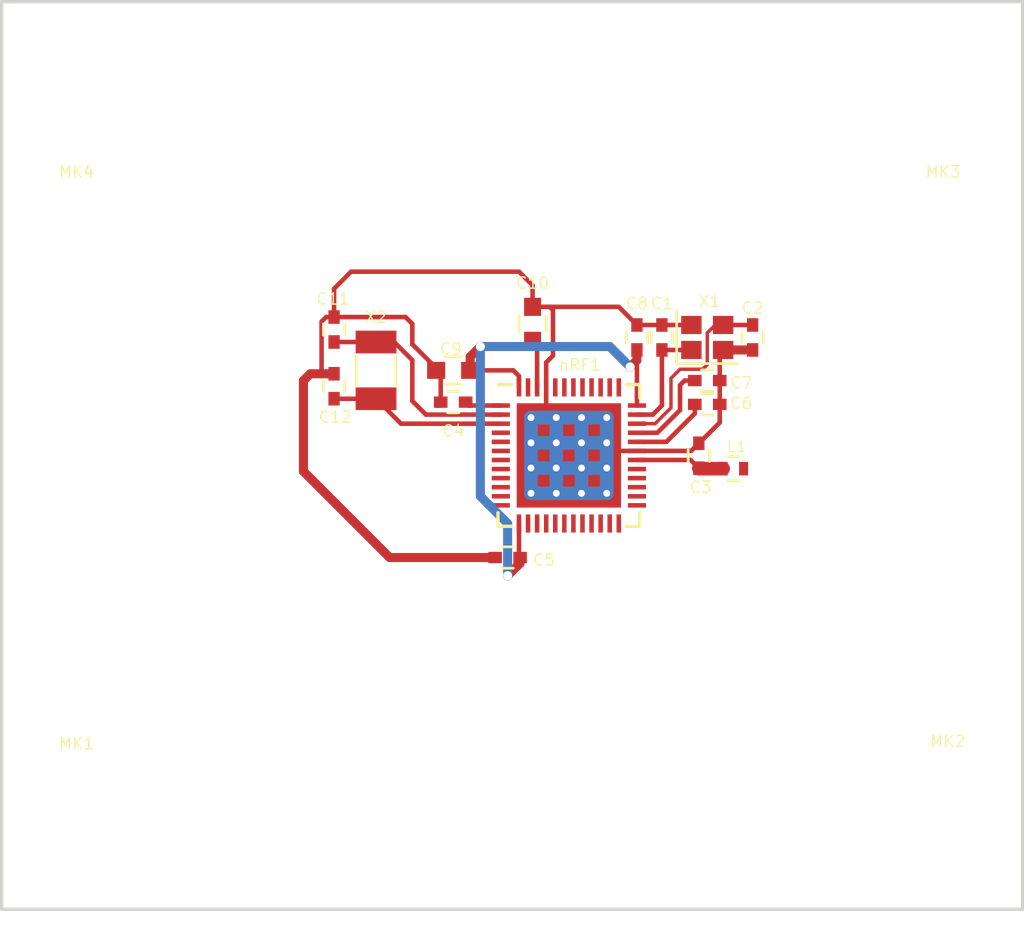
<source format=kicad_pcb>
(kicad_pcb (version 4) (host pcbnew 4.0.7-e1-6374~58~ubuntu16.04.1)

  (general
    (links 51)
    (no_connects 0)
    (area 74.924999 79.924999 120.075001 120.075001)
    (thickness 1.6)
    (drawings 4)
    (tracks 141)
    (zones 0)
    (modules 20)
    (nets 47)
  )

  (page USLetter)
  (title_block
    (date 2017-07-22)
    (rev 0.9)
  )

  (layers
    (0 F.Cu signal)
    (31 B.Cu signal)
    (32 B.Adhes user)
    (33 F.Adhes user)
    (34 B.Paste user)
    (35 F.Paste user)
    (36 B.SilkS user)
    (37 F.SilkS user)
    (38 B.Mask user)
    (39 F.Mask user)
    (40 Dwgs.User user)
    (41 Cmts.User user)
    (42 Eco1.User user)
    (43 Eco2.User user)
    (44 Edge.Cuts user)
    (45 Margin user)
    (46 B.CrtYd user)
    (47 F.CrtYd user)
    (48 B.Fab user)
    (49 F.Fab user)
  )

  (setup
    (last_trace_width 0.2)
    (user_trace_width 0.15)
    (user_trace_width 0.2)
    (user_trace_width 0.3)
    (user_trace_width 0.4)
    (user_trace_width 0.6)
    (trace_clearance 0.15)
    (zone_clearance 0.15)
    (zone_45_only yes)
    (trace_min 0.15)
    (segment_width 0.2)
    (edge_width 0.15)
    (via_size 0.41)
    (via_drill 0.4)
    (via_min_size 0.4)
    (via_min_drill 0.4)
    (uvia_size 0.4)
    (uvia_drill 0.1)
    (uvias_allowed no)
    (uvia_min_size 0.4)
    (uvia_min_drill 0.1)
    (pcb_text_width 0.3)
    (pcb_text_size 1.5 1.5)
    (mod_edge_width 0.15)
    (mod_text_size 1 1)
    (mod_text_width 0.15)
    (pad_size 1.524 1.524)
    (pad_drill 0.762)
    (pad_to_mask_clearance 0.2)
    (aux_axis_origin 0 0)
    (visible_elements 7FFFFFFF)
    (pcbplotparams
      (layerselection 0x00030_80000001)
      (usegerberextensions false)
      (excludeedgelayer true)
      (linewidth 0.100000)
      (plotframeref false)
      (viasonmask false)
      (mode 1)
      (useauxorigin false)
      (hpglpennumber 1)
      (hpglpenspeed 20)
      (hpglpendiameter 15)
      (hpglpenoverlay 2)
      (psnegative false)
      (psa4output false)
      (plotreference true)
      (plotvalue true)
      (plotinvisibletext false)
      (padsonsilk false)
      (subtractmaskfromsilk false)
      (outputformat 1)
      (mirror false)
      (drillshape 1)
      (scaleselection 1)
      (outputdirectory ""))
  )

  (net 0 "")
  (net 1 GND)
  (net 2 "Net-(C1-Pad2)")
  (net 3 "Net-(C2-Pad2)")
  (net 4 "Net-(C3-Pad2)")
  (net 5 +3V3)
  (net 6 /DEC4)
  (net 7 /DEC1)
  (net 8 /DEC2)
  (net 9 /DEC3)
  (net 10 /P0.00/XL1)
  (net 11 /P0.01/XL2)
  (net 12 /RF)
  (net 13 /P0.02/AIN0)
  (net 14 /P0.03/AIN1)
  (net 15 /P0.04/AIN2)
  (net 16 /P0.05/AIN3)
  (net 17 /P0.06)
  (net 18 /P0.07)
  (net 19 /P0.08)
  (net 20 /P0.11)
  (net 21 /P0.12)
  (net 22 /P0.13)
  (net 23 /P0.14)
  (net 24 /P0.15)
  (net 25 /P0.16)
  (net 26 /P0.17)
  (net 27 /P0.18)
  (net 28 /P0.19)
  (net 29 /P0.20)
  (net 30 /P0.21)
  (net 31 /SWDCLK)
  (net 32 /SWDIO)
  (net 33 /P0.22)
  (net 34 /P0.23)
  (net 35 /P0.24)
  (net 36 /P0.25)
  (net 37 /P0.26)
  (net 38 /P0.27)
  (net 39 /P0.28/AIN04)
  (net 40 /P0.29/AIN05)
  (net 41 /P0.30/AIN06)
  (net 42 /P0.31/AIN07)
  (net 43 "Net-(nRF1-Pad44)")
  (net 44 /P0.09)
  (net 45 /P0.10)
  (net 46 "Net-(nRF1-Pad47)")

  (net_class Default "This is the default net class."
    (clearance 0.15)
    (trace_width 0.2)
    (via_dia 0.41)
    (via_drill 0.4)
    (uvia_dia 0.4)
    (uvia_drill 0.1)
    (add_net +3V3)
    (add_net /DEC1)
    (add_net /DEC2)
    (add_net /DEC3)
    (add_net /DEC4)
    (add_net /P0.00/XL1)
    (add_net /P0.01/XL2)
    (add_net /P0.02/AIN0)
    (add_net /P0.03/AIN1)
    (add_net /P0.04/AIN2)
    (add_net /P0.05/AIN3)
    (add_net /P0.06)
    (add_net /P0.07)
    (add_net /P0.08)
    (add_net /P0.09)
    (add_net /P0.10)
    (add_net /P0.11)
    (add_net /P0.12)
    (add_net /P0.13)
    (add_net /P0.14)
    (add_net /P0.15)
    (add_net /P0.16)
    (add_net /P0.17)
    (add_net /P0.18)
    (add_net /P0.19)
    (add_net /P0.20)
    (add_net /P0.21)
    (add_net /P0.22)
    (add_net /P0.23)
    (add_net /P0.24)
    (add_net /P0.25)
    (add_net /P0.26)
    (add_net /P0.27)
    (add_net /P0.28/AIN04)
    (add_net /P0.29/AIN05)
    (add_net /P0.30/AIN06)
    (add_net /P0.31/AIN07)
    (add_net /RF)
    (add_net /SWDCLK)
    (add_net /SWDIO)
    (add_net GND)
    (add_net "Net-(C1-Pad2)")
    (add_net "Net-(C2-Pad2)")
    (add_net "Net-(nRF1-Pad44)")
    (add_net "Net-(nRF1-Pad47)")
  )

  (net_class Crystal ""
    (clearance 0.15)
    (trace_width 0.15)
    (via_dia 0.41)
    (via_drill 0.4)
    (uvia_dia 0.4)
    (uvia_drill 0.1)
  )

  (net_class RF ""
    (clearance 0.15)
    (trace_width 0.6)
    (via_dia 0.41)
    (via_drill 0.4)
    (uvia_dia 0.4)
    (uvia_drill 0.1)
    (add_net "Net-(C3-Pad2)")
  )

  (module Crystals:Crystal_SMD_3215-2pin_3.2x1.5mm (layer F.Cu) (tedit 597CFD44) (tstamp 5973D460)
    (at 91.5 96.25 90)
    (descr "SMD Crystal FC-135 https://support.epson.biz/td/api/doc_check.php?dl=brief_FC-135R_en.pdf")
    (tags "SMD SMT Crystal")
    (path /59739DF8)
    (attr smd)
    (fp_text reference X2 (at 2.35 0 180) (layer F.SilkS)
      (effects (font (size 0.5 0.5) (thickness 0.0625)))
    )
    (fp_text value 32.768kHz (at -2.81 -0.0092 180) (layer F.Fab)
      (effects (font (size 0.5 0.5) (thickness 0.0625)))
    )
    (fp_text user %R (at 0 -0.05 90) (layer F.Fab)
      (effects (font (size 0.25 0.25) (thickness 0.0625)))
    )
    (fp_line (start -2 -1.15) (end 2 -1.15) (layer F.CrtYd) (width 0.05))
    (fp_line (start -1.6 -0.75) (end -1.6 0.75) (layer F.Fab) (width 0.1))
    (fp_line (start -0.675 0.875) (end 0.675 0.875) (layer F.SilkS) (width 0.12))
    (fp_line (start -0.675 -0.875) (end 0.675 -0.875) (layer F.SilkS) (width 0.12))
    (fp_line (start 1.6 -0.75) (end 1.6 0.75) (layer F.Fab) (width 0.1))
    (fp_line (start -1.6 -0.75) (end 1.6 -0.75) (layer F.Fab) (width 0.1))
    (fp_line (start -1.6 0.75) (end 1.6 0.75) (layer F.Fab) (width 0.1))
    (fp_line (start -2 1.15) (end 2 1.15) (layer F.CrtYd) (width 0.05))
    (fp_line (start -2 -1.15) (end -2 1.15) (layer F.CrtYd) (width 0.05))
    (fp_line (start 2 -1.15) (end 2 1.15) (layer F.CrtYd) (width 0.05))
    (pad 1 smd rect (at 1.25 0 90) (size 1 1.8) (layers F.Cu F.Paste F.Mask)
      (net 10 /P0.00/XL1))
    (pad 2 smd rect (at -1.25 0 90) (size 1 1.8) (layers F.Cu F.Paste F.Mask)
      (net 11 /P0.01/XL2))
    (model ${KISYS3DMOD}/Crystals.3dshapes/Crystal_SMD_3215-2pin_3.2x1.5mm.wrl
      (at (xyz 0 0 0))
      (scale (xyz 1 1 1))
      (rotate (xyz 0 0 0))
    )
  )

  (module Capacitors_SMD:C_0402 (layer F.Cu) (tedit 597CFD79) (tstamp 5973BECF)
    (at 104.1 94.8 270)
    (descr "Capacitor SMD 0402, reflow soldering, AVX (see smccp.pdf)")
    (tags "capacitor 0402")
    (path /59739DFC)
    (attr smd)
    (fp_text reference C1 (at -1.5 0 360) (layer F.SilkS)
      (effects (font (size 0.5 0.5) (thickness 0.0625)))
    )
    (fp_text value 12pF (at -2.852 0.0616 270) (layer F.Fab)
      (effects (font (size 0.5 0.5) (thickness 0.0625)))
    )
    (fp_text user %R (at 0 0 270) (layer F.Fab)
      (effects (font (size 0.25 0.25) (thickness 0.0625)))
    )
    (fp_line (start -0.5 0.25) (end -0.5 -0.25) (layer F.Fab) (width 0.1))
    (fp_line (start 0.5 0.25) (end -0.5 0.25) (layer F.Fab) (width 0.1))
    (fp_line (start 0.5 -0.25) (end 0.5 0.25) (layer F.Fab) (width 0.1))
    (fp_line (start -0.5 -0.25) (end 0.5 -0.25) (layer F.Fab) (width 0.1))
    (fp_line (start 0.25 -0.47) (end -0.25 -0.47) (layer F.SilkS) (width 0.12))
    (fp_line (start -0.25 0.47) (end 0.25 0.47) (layer F.SilkS) (width 0.12))
    (fp_line (start -1 -0.4) (end 1 -0.4) (layer F.CrtYd) (width 0.05))
    (fp_line (start -1 -0.4) (end -1 0.4) (layer F.CrtYd) (width 0.05))
    (fp_line (start 1 0.4) (end 1 -0.4) (layer F.CrtYd) (width 0.05))
    (fp_line (start 1 0.4) (end -1 0.4) (layer F.CrtYd) (width 0.05))
    (pad 1 smd rect (at -0.55 0 270) (size 0.6 0.5) (layers F.Cu F.Paste F.Mask)
      (net 1 GND))
    (pad 2 smd rect (at 0.55 0 270) (size 0.6 0.5) (layers F.Cu F.Paste F.Mask)
      (net 2 "Net-(C1-Pad2)"))
    (model Capacitors_SMD.3dshapes/C_0402.wrl
      (at (xyz 0 0 0))
      (scale (xyz 1 1 1))
      (rotate (xyz 0 0 0))
    )
  )

  (module Capacitors_SMD:C_0402 (layer F.Cu) (tedit 597CFD87) (tstamp 5973BED5)
    (at 108.1 94.8 90)
    (descr "Capacitor SMD 0402, reflow soldering, AVX (see smccp.pdf)")
    (tags "capacitor 0402")
    (path /59739DFD)
    (attr smd)
    (fp_text reference C2 (at 1.3 0 180) (layer F.SilkS)
      (effects (font (size 0.5 0.5) (thickness 0.0625)))
    )
    (fp_text value 12pF (at 0.1088 0.9676 90) (layer F.Fab)
      (effects (font (size 0.5 0.5) (thickness 0.0625)))
    )
    (fp_text user %R (at 0 0 90) (layer F.Fab)
      (effects (font (size 0.25 0.25) (thickness 0.0625)))
    )
    (fp_line (start -0.5 0.25) (end -0.5 -0.25) (layer F.Fab) (width 0.1))
    (fp_line (start 0.5 0.25) (end -0.5 0.25) (layer F.Fab) (width 0.1))
    (fp_line (start 0.5 -0.25) (end 0.5 0.25) (layer F.Fab) (width 0.1))
    (fp_line (start -0.5 -0.25) (end 0.5 -0.25) (layer F.Fab) (width 0.1))
    (fp_line (start 0.25 -0.47) (end -0.25 -0.47) (layer F.SilkS) (width 0.12))
    (fp_line (start -0.25 0.47) (end 0.25 0.47) (layer F.SilkS) (width 0.12))
    (fp_line (start -1 -0.4) (end 1 -0.4) (layer F.CrtYd) (width 0.05))
    (fp_line (start -1 -0.4) (end -1 0.4) (layer F.CrtYd) (width 0.05))
    (fp_line (start 1 0.4) (end 1 -0.4) (layer F.CrtYd) (width 0.05))
    (fp_line (start 1 0.4) (end -1 0.4) (layer F.CrtYd) (width 0.05))
    (pad 1 smd rect (at -0.55 0 90) (size 0.6 0.5) (layers F.Cu F.Paste F.Mask)
      (net 1 GND))
    (pad 2 smd rect (at 0.55 0 90) (size 0.6 0.5) (layers F.Cu F.Paste F.Mask)
      (net 3 "Net-(C2-Pad2)"))
    (model Capacitors_SMD.3dshapes/C_0402.wrl
      (at (xyz 0 0 0))
      (scale (xyz 1 1 1))
      (rotate (xyz 0 0 0))
    )
  )

  (module Capacitors_SMD:C_0402 (layer F.Cu) (tedit 597CFD9E) (tstamp 5973BEDB)
    (at 105.7275 100.0125 270)
    (descr "Capacitor SMD 0402, reflow soldering, AVX (see smccp.pdf)")
    (tags "capacitor 0402")
    (path /59739E02)
    (attr smd)
    (fp_text reference C3 (at 1.3875 -0.0725 360) (layer F.SilkS)
      (effects (font (size 0.5 0.5) (thickness 0.0625)))
    )
    (fp_text value 0.8pF (at 2.6543 -0.0381 270) (layer F.Fab)
      (effects (font (size 0.5 0.5) (thickness 0.0625)))
    )
    (fp_text user %R (at 0 0 270) (layer F.Fab)
      (effects (font (size 0.25 0.25) (thickness 0.0625)))
    )
    (fp_line (start -0.5 0.25) (end -0.5 -0.25) (layer F.Fab) (width 0.1))
    (fp_line (start 0.5 0.25) (end -0.5 0.25) (layer F.Fab) (width 0.1))
    (fp_line (start 0.5 -0.25) (end 0.5 0.25) (layer F.Fab) (width 0.1))
    (fp_line (start -0.5 -0.25) (end 0.5 -0.25) (layer F.Fab) (width 0.1))
    (fp_line (start 0.25 -0.47) (end -0.25 -0.47) (layer F.SilkS) (width 0.12))
    (fp_line (start -0.25 0.47) (end 0.25 0.47) (layer F.SilkS) (width 0.12))
    (fp_line (start -1 -0.4) (end 1 -0.4) (layer F.CrtYd) (width 0.05))
    (fp_line (start -1 -0.4) (end -1 0.4) (layer F.CrtYd) (width 0.05))
    (fp_line (start 1 0.4) (end 1 -0.4) (layer F.CrtYd) (width 0.05))
    (fp_line (start 1 0.4) (end -1 0.4) (layer F.CrtYd) (width 0.05))
    (pad 1 smd rect (at -0.55 0 270) (size 0.6 0.5) (layers F.Cu F.Paste F.Mask)
      (net 1 GND))
    (pad 2 smd rect (at 0.55 0 270) (size 0.6 0.5) (layers F.Cu F.Paste F.Mask)
      (net 4 "Net-(C3-Pad2)"))
    (model Capacitors_SMD.3dshapes/C_0402.wrl
      (at (xyz 0 0 0))
      (scale (xyz 1 1 1))
      (rotate (xyz 0 0 0))
    )
  )

  (module Capacitors_SMD:C_0402 (layer F.Cu) (tedit 597CFD22) (tstamp 5973BEE1)
    (at 94.9 97.65 180)
    (descr "Capacitor SMD 0402, reflow soldering, AVX (see smccp.pdf)")
    (tags "capacitor 0402")
    (path /59739DEC)
    (attr smd)
    (fp_text reference C4 (at 0 -1.27 180) (layer F.SilkS)
      (effects (font (size 0.5 0.5) (thickness 0.0625)))
    )
    (fp_text value 100nF (at 0.158 -2.0196 180) (layer F.Fab)
      (effects (font (size 0.5 0.5) (thickness 0.0625)))
    )
    (fp_text user %R (at 0 0 180) (layer F.Fab)
      (effects (font (size 0.25 0.25) (thickness 0.0625)))
    )
    (fp_line (start -0.5 0.25) (end -0.5 -0.25) (layer F.Fab) (width 0.1))
    (fp_line (start 0.5 0.25) (end -0.5 0.25) (layer F.Fab) (width 0.1))
    (fp_line (start 0.5 -0.25) (end 0.5 0.25) (layer F.Fab) (width 0.1))
    (fp_line (start -0.5 -0.25) (end 0.5 -0.25) (layer F.Fab) (width 0.1))
    (fp_line (start 0.25 -0.47) (end -0.25 -0.47) (layer F.SilkS) (width 0.12))
    (fp_line (start -0.25 0.47) (end 0.25 0.47) (layer F.SilkS) (width 0.12))
    (fp_line (start -1 -0.4) (end 1 -0.4) (layer F.CrtYd) (width 0.05))
    (fp_line (start -1 -0.4) (end -1 0.4) (layer F.CrtYd) (width 0.05))
    (fp_line (start 1 0.4) (end 1 -0.4) (layer F.CrtYd) (width 0.05))
    (fp_line (start 1 0.4) (end -1 0.4) (layer F.CrtYd) (width 0.05))
    (pad 1 smd rect (at -0.55 0 180) (size 0.6 0.5) (layers F.Cu F.Paste F.Mask)
      (net 7 /DEC1))
    (pad 2 smd rect (at 0.55 0 180) (size 0.6 0.5) (layers F.Cu F.Paste F.Mask)
      (net 1 GND))
    (model Capacitors_SMD.3dshapes/C_0402.wrl
      (at (xyz 0 0 0))
      (scale (xyz 1 1 1))
      (rotate (xyz 0 0 0))
    )
  )

  (module Capacitors_SMD:C_0402 (layer F.Cu) (tedit 597CFCFF) (tstamp 5973BEE7)
    (at 97.3 104.5 180)
    (descr "Capacitor SMD 0402, reflow soldering, AVX (see smccp.pdf)")
    (tags "capacitor 0402")
    (path /59739DEE)
    (attr smd)
    (fp_text reference C5 (at -1.6 -0.1 180) (layer F.SilkS)
      (effects (font (size 0.5 0.5) (thickness 0.0625)))
    )
    (fp_text value 100nF (at -0.1344 -1.4688 180) (layer F.Fab)
      (effects (font (size 0.5 0.5) (thickness 0.0625)))
    )
    (fp_text user %R (at 0 0 180) (layer F.Fab)
      (effects (font (size 0.25 0.25) (thickness 0.0625)))
    )
    (fp_line (start -0.5 0.25) (end -0.5 -0.25) (layer F.Fab) (width 0.1))
    (fp_line (start 0.5 0.25) (end -0.5 0.25) (layer F.Fab) (width 0.1))
    (fp_line (start 0.5 -0.25) (end 0.5 0.25) (layer F.Fab) (width 0.1))
    (fp_line (start -0.5 -0.25) (end 0.5 -0.25) (layer F.Fab) (width 0.1))
    (fp_line (start 0.25 -0.47) (end -0.25 -0.47) (layer F.SilkS) (width 0.12))
    (fp_line (start -0.25 0.47) (end 0.25 0.47) (layer F.SilkS) (width 0.12))
    (fp_line (start -1 -0.4) (end 1 -0.4) (layer F.CrtYd) (width 0.05))
    (fp_line (start -1 -0.4) (end -1 0.4) (layer F.CrtYd) (width 0.05))
    (fp_line (start 1 0.4) (end 1 -0.4) (layer F.CrtYd) (width 0.05))
    (fp_line (start 1 0.4) (end -1 0.4) (layer F.CrtYd) (width 0.05))
    (pad 1 smd rect (at -0.55 0 180) (size 0.6 0.5) (layers F.Cu F.Paste F.Mask)
      (net 5 +3V3))
    (pad 2 smd rect (at 0.55 0 180) (size 0.6 0.5) (layers F.Cu F.Paste F.Mask)
      (net 1 GND))
    (model Capacitors_SMD.3dshapes/C_0402.wrl
      (at (xyz 0 0 0))
      (scale (xyz 1 1 1))
      (rotate (xyz 0 0 0))
    )
  )

  (module Capacitors_SMD:C_0402 (layer F.Cu) (tedit 597CFDAB) (tstamp 5973BEED)
    (at 106.1 97.75 180)
    (descr "Capacitor SMD 0402, reflow soldering, AVX (see smccp.pdf)")
    (tags "capacitor 0402")
    (path /59739E00)
    (attr smd)
    (fp_text reference C6 (at -1.5 0.05 180) (layer F.SilkS)
      (effects (font (size 0.5 0.5) (thickness 0.0625)))
    )
    (fp_text value N.M (at -2.7644 0.0616 180) (layer F.Fab)
      (effects (font (size 0.5 0.5) (thickness 0.0625)))
    )
    (fp_text user %R (at 0 0 180) (layer F.Fab)
      (effects (font (size 0.25 0.25) (thickness 0.0625)))
    )
    (fp_line (start -0.5 0.25) (end -0.5 -0.25) (layer F.Fab) (width 0.1))
    (fp_line (start 0.5 0.25) (end -0.5 0.25) (layer F.Fab) (width 0.1))
    (fp_line (start 0.5 -0.25) (end 0.5 0.25) (layer F.Fab) (width 0.1))
    (fp_line (start -0.5 -0.25) (end 0.5 -0.25) (layer F.Fab) (width 0.1))
    (fp_line (start 0.25 -0.47) (end -0.25 -0.47) (layer F.SilkS) (width 0.12))
    (fp_line (start -0.25 0.47) (end 0.25 0.47) (layer F.SilkS) (width 0.12))
    (fp_line (start -1 -0.4) (end 1 -0.4) (layer F.CrtYd) (width 0.05))
    (fp_line (start -1 -0.4) (end -1 0.4) (layer F.CrtYd) (width 0.05))
    (fp_line (start 1 0.4) (end 1 -0.4) (layer F.CrtYd) (width 0.05))
    (fp_line (start 1 0.4) (end -1 0.4) (layer F.CrtYd) (width 0.05))
    (pad 1 smd rect (at -0.55 0 180) (size 0.6 0.5) (layers F.Cu F.Paste F.Mask)
      (net 1 GND))
    (pad 2 smd rect (at 0.55 0 180) (size 0.6 0.5) (layers F.Cu F.Paste F.Mask)
      (net 8 /DEC2))
    (model Capacitors_SMD.3dshapes/C_0402.wrl
      (at (xyz 0 0 0))
      (scale (xyz 1 1 1))
      (rotate (xyz 0 0 0))
    )
  )

  (module Capacitors_SMD:C_0402 (layer F.Cu) (tedit 597CFDAF) (tstamp 5973BEF3)
    (at 106.1 96.7 180)
    (descr "Capacitor SMD 0402, reflow soldering, AVX (see smccp.pdf)")
    (tags "capacitor 0402")
    (path /59739DFF)
    (attr smd)
    (fp_text reference C7 (at -1.5 -0.1 180) (layer F.SilkS)
      (effects (font (size 0.5 0.5) (thickness 0.0625)))
    )
    (fp_text value 100pF (at -3.2216 -0.0232 180) (layer F.Fab)
      (effects (font (size 0.5 0.5) (thickness 0.0625)))
    )
    (fp_text user %R (at 0 -0.0635 180) (layer F.Fab)
      (effects (font (size 0.25 0.25) (thickness 0.0625)))
    )
    (fp_line (start -0.5 0.25) (end -0.5 -0.25) (layer F.Fab) (width 0.1))
    (fp_line (start 0.5 0.25) (end -0.5 0.25) (layer F.Fab) (width 0.1))
    (fp_line (start 0.5 -0.25) (end 0.5 0.25) (layer F.Fab) (width 0.1))
    (fp_line (start -0.5 -0.25) (end 0.5 -0.25) (layer F.Fab) (width 0.1))
    (fp_line (start 0.25 -0.47) (end -0.25 -0.47) (layer F.SilkS) (width 0.12))
    (fp_line (start -0.25 0.47) (end 0.25 0.47) (layer F.SilkS) (width 0.12))
    (fp_line (start -1 -0.4) (end 1 -0.4) (layer F.CrtYd) (width 0.05))
    (fp_line (start -1 -0.4) (end -1 0.4) (layer F.CrtYd) (width 0.05))
    (fp_line (start 1 0.4) (end 1 -0.4) (layer F.CrtYd) (width 0.05))
    (fp_line (start 1 0.4) (end -1 0.4) (layer F.CrtYd) (width 0.05))
    (pad 1 smd rect (at -0.55 0 180) (size 0.6 0.5) (layers F.Cu F.Paste F.Mask)
      (net 1 GND))
    (pad 2 smd rect (at 0.55 0 180) (size 0.6 0.5) (layers F.Cu F.Paste F.Mask)
      (net 9 /DEC3))
    (model Capacitors_SMD.3dshapes/C_0402.wrl
      (at (xyz 0 0 0))
      (scale (xyz 1 1 1))
      (rotate (xyz 0 0 0))
    )
  )

  (module Capacitors_SMD:C_0402 (layer F.Cu) (tedit 597CFD75) (tstamp 5973BEF9)
    (at 103 94.8 90)
    (descr "Capacitor SMD 0402, reflow soldering, AVX (see smccp.pdf)")
    (tags "capacitor 0402")
    (path /59739DF5)
    (attr smd)
    (fp_text reference C8 (at 1.5 0 180) (layer F.SilkS)
      (effects (font (size 0.5 0.5) (thickness 0.0625)))
    )
    (fp_text value 100nF (at 3.1568 0.0732 90) (layer F.Fab)
      (effects (font (size 0.5 0.5) (thickness 0.0625)))
    )
    (fp_text user %R (at 0 0 90) (layer F.Fab)
      (effects (font (size 0.25 0.25) (thickness 0.0625)))
    )
    (fp_line (start -0.5 0.25) (end -0.5 -0.25) (layer F.Fab) (width 0.1))
    (fp_line (start 0.5 0.25) (end -0.5 0.25) (layer F.Fab) (width 0.1))
    (fp_line (start 0.5 -0.25) (end 0.5 0.25) (layer F.Fab) (width 0.1))
    (fp_line (start -0.5 -0.25) (end 0.5 -0.25) (layer F.Fab) (width 0.1))
    (fp_line (start 0.25 -0.47) (end -0.25 -0.47) (layer F.SilkS) (width 0.12))
    (fp_line (start -0.25 0.47) (end 0.25 0.47) (layer F.SilkS) (width 0.12))
    (fp_line (start -1 -0.4) (end 1 -0.4) (layer F.CrtYd) (width 0.05))
    (fp_line (start -1 -0.4) (end -1 0.4) (layer F.CrtYd) (width 0.05))
    (fp_line (start 1 0.4) (end 1 -0.4) (layer F.CrtYd) (width 0.05))
    (fp_line (start 1 0.4) (end -1 0.4) (layer F.CrtYd) (width 0.05))
    (pad 1 smd rect (at -0.55 0 90) (size 0.6 0.5) (layers F.Cu F.Paste F.Mask)
      (net 5 +3V3))
    (pad 2 smd rect (at 0.55 0 90) (size 0.6 0.5) (layers F.Cu F.Paste F.Mask)
      (net 1 GND))
    (model Capacitors_SMD.3dshapes/C_0402.wrl
      (at (xyz 0 0 0))
      (scale (xyz 1 1 1))
      (rotate (xyz 0 0 0))
    )
  )

  (module Capacitors_SMD:C_0603 (layer F.Cu) (tedit 597CFD35) (tstamp 5973BEFF)
    (at 94.9 96.25 180)
    (descr "Capacitor SMD 0603, reflow soldering, AVX (see smccp.pdf)")
    (tags "capacitor 0603")
    (path /59739DE9)
    (attr smd)
    (fp_text reference C9 (at 0.1 0.95 180) (layer F.SilkS)
      (effects (font (size 0.5 0.5) (thickness 0.0625)))
    )
    (fp_text value 4.7uF (at 1.8344 -0.016 270) (layer F.Fab)
      (effects (font (size 0.5 0.5) (thickness 0.125)))
    )
    (fp_text user %R (at 0 0 180) (layer F.Fab)
      (effects (font (size 0.25 0.25) (thickness 0.0625)))
    )
    (fp_line (start -0.8 0.4) (end -0.8 -0.4) (layer F.Fab) (width 0.1))
    (fp_line (start 0.8 0.4) (end -0.8 0.4) (layer F.Fab) (width 0.1))
    (fp_line (start 0.8 -0.4) (end 0.8 0.4) (layer F.Fab) (width 0.1))
    (fp_line (start -0.8 -0.4) (end 0.8 -0.4) (layer F.Fab) (width 0.1))
    (fp_line (start -0.35 -0.6) (end 0.35 -0.6) (layer F.SilkS) (width 0.12))
    (fp_line (start 0.35 0.6) (end -0.35 0.6) (layer F.SilkS) (width 0.12))
    (fp_line (start -1.4 -0.65) (end 1.4 -0.65) (layer F.CrtYd) (width 0.05))
    (fp_line (start -1.4 -0.65) (end -1.4 0.65) (layer F.CrtYd) (width 0.05))
    (fp_line (start 1.4 0.65) (end 1.4 -0.65) (layer F.CrtYd) (width 0.05))
    (fp_line (start 1.4 0.65) (end -1.4 0.65) (layer F.CrtYd) (width 0.05))
    (pad 1 smd rect (at -0.75 0 180) (size 0.8 0.75) (layers F.Cu F.Paste F.Mask)
      (net 5 +3V3))
    (pad 2 smd rect (at 0.75 0 180) (size 0.8 0.75) (layers F.Cu F.Paste F.Mask)
      (net 1 GND))
    (model Capacitors_SMD.3dshapes/C_0603.wrl
      (at (xyz 0 0 0))
      (scale (xyz 1 1 1))
      (rotate (xyz 0 0 0))
    )
  )

  (module Capacitors_SMD:C_0603 (layer F.Cu) (tedit 597CFD60) (tstamp 5973BF05)
    (at 98.4 94.2 90)
    (descr "Capacitor SMD 0603, reflow soldering, AVX (see smccp.pdf)")
    (tags "capacitor 0603")
    (path /59739E0B)
    (attr smd)
    (fp_text reference C10 (at 1.8 0 180) (layer F.SilkS)
      (effects (font (size 0.5 0.5) (thickness 0.0625)))
    )
    (fp_text value 1.0uF (at 0.3724 1.168 90) (layer F.Fab)
      (effects (font (size 0.5 0.5) (thickness 0.0625)))
    )
    (fp_text user %R (at 0 -0.0635 90) (layer F.Fab)
      (effects (font (size 0.25 0.25) (thickness 0.0625)))
    )
    (fp_line (start -0.8 0.4) (end -0.8 -0.4) (layer F.Fab) (width 0.1))
    (fp_line (start 0.8 0.4) (end -0.8 0.4) (layer F.Fab) (width 0.1))
    (fp_line (start 0.8 -0.4) (end 0.8 0.4) (layer F.Fab) (width 0.1))
    (fp_line (start -0.8 -0.4) (end 0.8 -0.4) (layer F.Fab) (width 0.1))
    (fp_line (start -0.35 -0.6) (end 0.35 -0.6) (layer F.SilkS) (width 0.12))
    (fp_line (start 0.35 0.6) (end -0.35 0.6) (layer F.SilkS) (width 0.12))
    (fp_line (start -1.4 -0.65) (end 1.4 -0.65) (layer F.CrtYd) (width 0.05))
    (fp_line (start -1.4 -0.65) (end -1.4 0.65) (layer F.CrtYd) (width 0.05))
    (fp_line (start 1.4 0.65) (end 1.4 -0.65) (layer F.CrtYd) (width 0.05))
    (fp_line (start 1.4 0.65) (end -1.4 0.65) (layer F.CrtYd) (width 0.05))
    (pad 1 smd rect (at -0.75 0 90) (size 0.8 0.75) (layers F.Cu F.Paste F.Mask)
      (net 6 /DEC4))
    (pad 2 smd rect (at 0.75 0 90) (size 0.8 0.75) (layers F.Cu F.Paste F.Mask)
      (net 1 GND))
    (model Capacitors_SMD.3dshapes/C_0603.wrl
      (at (xyz 0 0 0))
      (scale (xyz 1 1 1))
      (rotate (xyz 0 0 0))
    )
  )

  (module Capacitors_SMD:C_0402 (layer F.Cu) (tedit 597CFD48) (tstamp 5973BF0B)
    (at 89.65 94.45 90)
    (descr "Capacitor SMD 0402, reflow soldering, AVX (see smccp.pdf)")
    (tags "capacitor 0402")
    (path /59739DF9)
    (attr smd)
    (fp_text reference C11 (at 1.35 -0.05 180) (layer F.SilkS)
      (effects (font (size 0.5 0.5) (thickness 0.0625)))
    )
    (fp_text value 12pF (at 0.0128 -1.1564 90) (layer F.Fab)
      (effects (font (size 0.5 0.5) (thickness 0.0625)))
    )
    (fp_text user %R (at 0 0 90) (layer F.Fab)
      (effects (font (size 0.25 0.25) (thickness 0.0625)))
    )
    (fp_line (start -0.5 0.25) (end -0.5 -0.25) (layer F.Fab) (width 0.1))
    (fp_line (start 0.5 0.25) (end -0.5 0.25) (layer F.Fab) (width 0.1))
    (fp_line (start 0.5 -0.25) (end 0.5 0.25) (layer F.Fab) (width 0.1))
    (fp_line (start -0.5 -0.25) (end 0.5 -0.25) (layer F.Fab) (width 0.1))
    (fp_line (start 0.25 -0.47) (end -0.25 -0.47) (layer F.SilkS) (width 0.12))
    (fp_line (start -0.25 0.47) (end 0.25 0.47) (layer F.SilkS) (width 0.12))
    (fp_line (start -1 -0.4) (end 1 -0.4) (layer F.CrtYd) (width 0.05))
    (fp_line (start -1 -0.4) (end -1 0.4) (layer F.CrtYd) (width 0.05))
    (fp_line (start 1 0.4) (end 1 -0.4) (layer F.CrtYd) (width 0.05))
    (fp_line (start 1 0.4) (end -1 0.4) (layer F.CrtYd) (width 0.05))
    (pad 1 smd rect (at -0.55 0 90) (size 0.6 0.5) (layers F.Cu F.Paste F.Mask)
      (net 10 /P0.00/XL1))
    (pad 2 smd rect (at 0.55 0 90) (size 0.6 0.5) (layers F.Cu F.Paste F.Mask)
      (net 1 GND))
    (model Capacitors_SMD.3dshapes/C_0402.wrl
      (at (xyz 0 0 0))
      (scale (xyz 1 1 1))
      (rotate (xyz 0 0 0))
    )
  )

  (module Capacitors_SMD:C_0402 (layer F.Cu) (tedit 597CFD28) (tstamp 5973BF11)
    (at 89.65 96.95 90)
    (descr "Capacitor SMD 0402, reflow soldering, AVX (see smccp.pdf)")
    (tags "capacitor 0402")
    (path /59739DFA)
    (attr smd)
    (fp_text reference C12 (at -1.35 0.05 180) (layer F.SilkS)
      (effects (font (size 0.5 0.5) (thickness 0.0625)))
    )
    (fp_text value 12pF (at -0.078 -1.1564 90) (layer F.Fab)
      (effects (font (size 0.5 0.5) (thickness 0.0625)))
    )
    (fp_text user %R (at 0 0 90) (layer F.Fab)
      (effects (font (size 0.25 0.25) (thickness 0.0625)))
    )
    (fp_line (start -0.5 0.25) (end -0.5 -0.25) (layer F.Fab) (width 0.1))
    (fp_line (start 0.5 0.25) (end -0.5 0.25) (layer F.Fab) (width 0.1))
    (fp_line (start 0.5 -0.25) (end 0.5 0.25) (layer F.Fab) (width 0.1))
    (fp_line (start -0.5 -0.25) (end 0.5 -0.25) (layer F.Fab) (width 0.1))
    (fp_line (start 0.25 -0.47) (end -0.25 -0.47) (layer F.SilkS) (width 0.12))
    (fp_line (start -0.25 0.47) (end 0.25 0.47) (layer F.SilkS) (width 0.12))
    (fp_line (start -1 -0.4) (end 1 -0.4) (layer F.CrtYd) (width 0.05))
    (fp_line (start -1 -0.4) (end -1 0.4) (layer F.CrtYd) (width 0.05))
    (fp_line (start 1 0.4) (end 1 -0.4) (layer F.CrtYd) (width 0.05))
    (fp_line (start 1 0.4) (end -1 0.4) (layer F.CrtYd) (width 0.05))
    (pad 1 smd rect (at -0.55 0 90) (size 0.6 0.5) (layers F.Cu F.Paste F.Mask)
      (net 11 /P0.01/XL2))
    (pad 2 smd rect (at 0.55 0 90) (size 0.6 0.5) (layers F.Cu F.Paste F.Mask)
      (net 1 GND))
    (model Capacitors_SMD.3dshapes/C_0402.wrl
      (at (xyz 0 0 0))
      (scale (xyz 1 1 1))
      (rotate (xyz 0 0 0))
    )
  )

  (module Inductors_SMD:L_0402 (layer F.Cu) (tedit 597CFDA3) (tstamp 5973BF23)
    (at 107.2515 100.584)
    (descr "Resistor SMD 0402, reflow soldering, Vishay (see dcrcw.pdf)")
    (tags "resistor 0402")
    (path /59739E04)
    (attr smd)
    (fp_text reference L1 (at 0.1485 -0.984) (layer F.SilkS)
      (effects (font (size 0.5 0.5) (thickness 0.0625)))
    )
    (fp_text value 3.9nH (at 2.1717 -0.0508) (layer F.Fab)
      (effects (font (size 0.5 0.5) (thickness 0.0625)))
    )
    (fp_line (start -0.5 0.25) (end -0.5 -0.25) (layer F.Fab) (width 0.1))
    (fp_line (start 0.5 0.25) (end -0.5 0.25) (layer F.Fab) (width 0.1))
    (fp_line (start 0.5 -0.25) (end 0.5 0.25) (layer F.Fab) (width 0.1))
    (fp_line (start -0.5 -0.25) (end 0.5 -0.25) (layer F.Fab) (width 0.1))
    (fp_line (start -0.95 -0.65) (end 0.95 -0.65) (layer F.CrtYd) (width 0.05))
    (fp_line (start -0.95 0.65) (end 0.95 0.65) (layer F.CrtYd) (width 0.05))
    (fp_line (start -0.95 -0.65) (end -0.95 0.65) (layer F.CrtYd) (width 0.05))
    (fp_line (start 0.95 -0.65) (end 0.95 0.65) (layer F.CrtYd) (width 0.05))
    (fp_line (start 0.25 -0.53) (end -0.25 -0.53) (layer F.SilkS) (width 0.12))
    (fp_line (start -0.25 0.53) (end 0.25 0.53) (layer F.SilkS) (width 0.12))
    (pad 1 smd rect (at -0.45 0) (size 0.4 0.6) (layers F.Cu F.Paste F.Mask)
      (net 4 "Net-(C3-Pad2)"))
    (pad 2 smd rect (at 0.45 0) (size 0.4 0.6) (layers F.Cu F.Paste F.Mask)
      (net 12 /RF))
    (model Inductors_SMD.3dshapes\L_0402.wrl
      (at (xyz 0 0 0))
      (scale (xyz 1 1 1))
      (rotate (xyz 0 0 0))
    )
  )

  (module Crystals:Crystal_SMD_2016-4pin_2.0x1.6mm (layer F.Cu) (tedit 597CFD7E) (tstamp 5973BF37)
    (at 106.1 94.8)
    (descr "SMD Crystal SERIES SMD2016/4 http://www.q-crystal.com/upload/5/2015552223166229.pdf, 2.0x1.6mm^2 package")
    (tags "SMD SMT crystal")
    (path /59739E0D)
    (attr smd)
    (fp_text reference X1 (at 0.1 -1.6) (layer F.SilkS)
      (effects (font (size 0.5 0.5) (thickness 0.0625)))
    )
    (fp_text value 32MHz (at 0.2244 -2.4456) (layer F.Fab)
      (effects (font (size 0.5 0.5) (thickness 0.0625)))
    )
    (fp_text user %R (at 0 0) (layer F.Fab)
      (effects (font (size 0.5 0.5) (thickness 0.075)))
    )
    (fp_line (start -0.9 -0.8) (end 0.9 -0.8) (layer F.Fab) (width 0.1))
    (fp_line (start 0.9 -0.8) (end 1 -0.7) (layer F.Fab) (width 0.1))
    (fp_line (start 1 -0.7) (end 1 0.7) (layer F.Fab) (width 0.1))
    (fp_line (start 1 0.7) (end 0.9 0.8) (layer F.Fab) (width 0.1))
    (fp_line (start 0.9 0.8) (end -0.9 0.8) (layer F.Fab) (width 0.1))
    (fp_line (start -0.9 0.8) (end -1 0.7) (layer F.Fab) (width 0.1))
    (fp_line (start -1 0.7) (end -1 -0.7) (layer F.Fab) (width 0.1))
    (fp_line (start -1 -0.7) (end -0.9 -0.8) (layer F.Fab) (width 0.1))
    (fp_line (start -1 0.3) (end -0.5 0.8) (layer F.Fab) (width 0.1))
    (fp_line (start -1.35 -1.15) (end -1.35 1.15) (layer F.SilkS) (width 0.12))
    (fp_line (start -1.35 1.15) (end 1.35 1.15) (layer F.SilkS) (width 0.12))
    (fp_line (start -1.4 -1.3) (end -1.4 1.3) (layer F.CrtYd) (width 0.05))
    (fp_line (start -1.4 1.3) (end 1.4 1.3) (layer F.CrtYd) (width 0.05))
    (fp_line (start 1.4 1.3) (end 1.4 -1.3) (layer F.CrtYd) (width 0.05))
    (fp_line (start 1.4 -1.3) (end -1.4 -1.3) (layer F.CrtYd) (width 0.05))
    (pad 1 smd rect (at -0.7 0.55) (size 0.9 0.8) (layers F.Cu F.Paste F.Mask)
      (net 2 "Net-(C1-Pad2)"))
    (pad 2 smd rect (at 0.7 0.55) (size 0.9 0.8) (layers F.Cu F.Paste F.Mask)
      (net 1 GND))
    (pad 3 smd rect (at 0.7 -0.55) (size 0.9 0.8) (layers F.Cu F.Paste F.Mask)
      (net 3 "Net-(C2-Pad2)"))
    (pad 4 smd rect (at -0.7 -0.55) (size 0.9 0.8) (layers F.Cu F.Paste F.Mask)
      (net 1 GND))
    (model ${KISYS3DMOD}/Crystals.3dshapes/Crystal_SMD_2016-4pin_2.0x1.6mm.wrl
      (at (xyz 0 0 0))
      (scale (xyz 1 1 1))
      (rotate (xyz 0 0 0))
    )
  )

  (module nRF52:UQFN-48-1EP_6x6mm_Pitch0.4mm (layer F.Cu) (tedit 597CFDB9) (tstamp 5973C4F1)
    (at 100 100)
    (descr "48-Lead Plastic Ultra Thin Quad Flat, No Lead Package (MV) - 6x6x0.5 mm Body [UQFN]; (see Microchip Packaging Specification 00000049BS.pdf)")
    (tags "QFN 0.4")
    (path /59739DE6)
    (attr smd)
    (fp_text reference nRF1 (at 0.4824 -3.988) (layer F.SilkS)
      (effects (font (size 0.5 0.5) (thickness 0.0625)))
    )
    (fp_text value nRF52832 (at 2 4.1) (layer F.Fab)
      (effects (font (size 0.5 0.5) (thickness 0.0625)))
    )
    (fp_line (start -2 -3) (end 3 -3) (layer F.Fab) (width 0.15))
    (fp_line (start 3 -3) (end 3 3) (layer F.Fab) (width 0.15))
    (fp_line (start 3 3) (end -3 3) (layer F.Fab) (width 0.15))
    (fp_line (start -3 3) (end -3 -2) (layer F.Fab) (width 0.15))
    (fp_line (start -3 -2) (end -2 -3) (layer F.Fab) (width 0.15))
    (fp_line (start -3.65 -3.65) (end -3.65 3.65) (layer F.CrtYd) (width 0.05))
    (fp_line (start 3.65 -3.65) (end 3.65 3.65) (layer F.CrtYd) (width 0.05))
    (fp_line (start -3.65 -3.65) (end 3.65 -3.65) (layer F.CrtYd) (width 0.05))
    (fp_line (start -3.65 3.65) (end 3.65 3.65) (layer F.CrtYd) (width 0.05))
    (fp_line (start 3.125 -3.125) (end 3.125 -2.525) (layer F.SilkS) (width 0.15))
    (fp_line (start -3.125 3.125) (end -3.125 2.525) (layer F.SilkS) (width 0.15))
    (fp_line (start 3.125 3.125) (end 3.125 2.525) (layer F.SilkS) (width 0.15))
    (fp_line (start -3.125 -3.125) (end -2.525 -3.125) (layer F.SilkS) (width 0.15))
    (fp_line (start -3.125 3.125) (end -2.525 3.125) (layer F.SilkS) (width 0.15))
    (fp_line (start 3.125 3.125) (end 2.525 3.125) (layer F.SilkS) (width 0.15))
    (fp_line (start 3.125 -3.125) (end 2.525 -3.125) (layer F.SilkS) (width 0.15))
    (pad 1 smd rect (at -3 -2.2) (size 0.8 0.2) (layers F.Cu F.Paste F.Mask)
      (net 7 /DEC1))
    (pad 2 smd rect (at -3 -1.8) (size 0.8 0.2) (layers F.Cu F.Paste F.Mask)
      (net 10 /P0.00/XL1))
    (pad 3 smd rect (at -3 -1.4) (size 0.8 0.2) (layers F.Cu F.Paste F.Mask)
      (net 11 /P0.01/XL2))
    (pad 4 smd rect (at -3 -1) (size 0.8 0.2) (layers F.Cu F.Paste F.Mask)
      (net 13 /P0.02/AIN0))
    (pad 5 smd rect (at -3 -0.6) (size 0.8 0.2) (layers F.Cu F.Paste F.Mask)
      (net 14 /P0.03/AIN1))
    (pad 6 smd rect (at -3 -0.2) (size 0.8 0.2) (layers F.Cu F.Paste F.Mask)
      (net 15 /P0.04/AIN2))
    (pad 7 smd rect (at -3 0.2) (size 0.8 0.2) (layers F.Cu F.Paste F.Mask)
      (net 16 /P0.05/AIN3))
    (pad 8 smd rect (at -3 0.6) (size 0.8 0.2) (layers F.Cu F.Paste F.Mask)
      (net 17 /P0.06))
    (pad 9 smd rect (at -3 1) (size 0.8 0.2) (layers F.Cu F.Paste F.Mask)
      (net 18 /P0.07))
    (pad 10 smd rect (at -3 1.4) (size 0.8 0.2) (layers F.Cu F.Paste F.Mask)
      (net 19 /P0.08))
    (pad 11 smd rect (at -3 1.8) (size 0.8 0.2) (layers F.Cu F.Paste F.Mask)
      (net 44 /P0.09))
    (pad 12 smd rect (at -3 2.2) (size 0.8 0.2) (layers F.Cu F.Paste F.Mask)
      (net 45 /P0.10))
    (pad 13 smd rect (at -2.2 3 90) (size 0.8 0.2) (layers F.Cu F.Paste F.Mask)
      (net 5 +3V3))
    (pad 14 smd rect (at -1.8 3 90) (size 0.8 0.2) (layers F.Cu F.Paste F.Mask)
      (net 20 /P0.11))
    (pad 15 smd rect (at -1.4 3 90) (size 0.8 0.2) (layers F.Cu F.Paste F.Mask)
      (net 21 /P0.12))
    (pad 16 smd rect (at -1 3 90) (size 0.8 0.2) (layers F.Cu F.Paste F.Mask)
      (net 22 /P0.13))
    (pad 17 smd rect (at -0.6 3 90) (size 0.8 0.2) (layers F.Cu F.Paste F.Mask)
      (net 23 /P0.14))
    (pad 18 smd rect (at -0.2 3 90) (size 0.8 0.2) (layers F.Cu F.Paste F.Mask)
      (net 24 /P0.15))
    (pad 19 smd rect (at 0.2 3 90) (size 0.8 0.2) (layers F.Cu F.Paste F.Mask)
      (net 25 /P0.16))
    (pad 20 smd rect (at 0.6 3 90) (size 0.8 0.2) (layers F.Cu F.Paste F.Mask)
      (net 26 /P0.17))
    (pad 21 smd rect (at 1 3 90) (size 0.8 0.2) (layers F.Cu F.Paste F.Mask)
      (net 27 /P0.18))
    (pad 22 smd rect (at 1.4 3 90) (size 0.8 0.2) (layers F.Cu F.Paste F.Mask)
      (net 28 /P0.19))
    (pad 23 smd rect (at 1.8 3 90) (size 0.8 0.2) (layers F.Cu F.Paste F.Mask)
      (net 29 /P0.20))
    (pad 24 smd rect (at 2.2 3 90) (size 0.8 0.2) (layers F.Cu F.Paste F.Mask)
      (net 30 /P0.21))
    (pad 25 smd rect (at 3 2.2) (size 0.8 0.2) (layers F.Cu F.Paste F.Mask)
      (net 31 /SWDCLK))
    (pad 26 smd rect (at 3 1.8) (size 0.8 0.2) (layers F.Cu F.Paste F.Mask)
      (net 32 /SWDIO))
    (pad 27 smd rect (at 3 1.4) (size 0.8 0.2) (layers F.Cu F.Paste F.Mask)
      (net 33 /P0.22))
    (pad 28 smd rect (at 3 1) (size 0.8 0.2) (layers F.Cu F.Paste F.Mask)
      (net 34 /P0.23))
    (pad 29 smd rect (at 3 0.6) (size 0.8 0.2) (layers F.Cu F.Paste F.Mask)
      (net 35 /P0.24))
    (pad 30 smd rect (at 3 0.2) (size 0.8 0.2) (layers F.Cu F.Paste F.Mask)
      (net 4 "Net-(C3-Pad2)"))
    (pad 31 smd rect (at 3 -0.2) (size 0.8 0.2) (layers F.Cu F.Paste F.Mask)
      (net 1 GND))
    (pad 32 smd rect (at 3 -0.6) (size 0.8 0.2) (layers F.Cu F.Paste F.Mask)
      (net 8 /DEC2))
    (pad 33 smd rect (at 3 -1) (size 0.8 0.2) (layers F.Cu F.Paste F.Mask)
      (net 9 /DEC3))
    (pad 34 smd rect (at 3 -1.4) (size 0.8 0.2) (layers F.Cu F.Paste F.Mask)
      (net 3 "Net-(C2-Pad2)"))
    (pad 35 smd rect (at 3 -1.8) (size 0.8 0.2) (layers F.Cu F.Paste F.Mask)
      (net 2 "Net-(C1-Pad2)"))
    (pad 36 smd rect (at 3 -2.2) (size 0.8 0.2) (layers F.Cu F.Paste F.Mask)
      (net 5 +3V3))
    (pad 37 smd rect (at 2.2 -3 90) (size 0.8 0.2) (layers F.Cu F.Paste F.Mask)
      (net 36 /P0.25))
    (pad 38 smd rect (at 1.8 -3 90) (size 0.8 0.2) (layers F.Cu F.Paste F.Mask)
      (net 37 /P0.26))
    (pad 39 smd rect (at 1.4 -3 90) (size 0.8 0.2) (layers F.Cu F.Paste F.Mask)
      (net 38 /P0.27))
    (pad 40 smd rect (at 1 -3 90) (size 0.8 0.2) (layers F.Cu F.Paste F.Mask)
      (net 39 /P0.28/AIN04))
    (pad 41 smd rect (at 0.6 -3 90) (size 0.8 0.2) (layers F.Cu F.Paste F.Mask)
      (net 40 /P0.29/AIN05))
    (pad 42 smd rect (at 0.2 -3 90) (size 0.8 0.2) (layers F.Cu F.Paste F.Mask)
      (net 41 /P0.30/AIN06))
    (pad 43 smd rect (at -0.2 -3 90) (size 0.8 0.2) (layers F.Cu F.Paste F.Mask)
      (net 42 /P0.31/AIN07))
    (pad 44 smd rect (at -0.6 -3 90) (size 0.8 0.2) (layers F.Cu F.Paste F.Mask)
      (net 43 "Net-(nRF1-Pad44)"))
    (pad 45 smd rect (at -1 -3 90) (size 0.8 0.2) (layers F.Cu F.Paste F.Mask)
      (net 1 GND))
    (pad 46 smd rect (at -1.4 -3 90) (size 0.8 0.2) (layers F.Cu F.Paste F.Mask)
      (net 6 /DEC4))
    (pad 47 smd rect (at -1.8 -3 90) (size 0.8 0.2) (layers F.Cu F.Paste F.Mask)
      (net 46 "Net-(nRF1-Pad47)"))
    (pad 48 smd rect (at -2.2 -3 90) (size 0.8 0.2) (layers F.Cu F.Paste F.Mask)
      (net 5 +3V3))
    (pad 49 smd rect (at 0 0) (size 4.6 4.6) (layers F.Cu F.Paste F.Mask)
      (net 1 GND))
    (pad 49 thru_hole circle (at -1.66875 -1.66875) (size 0.61 0.61) (drill 0.305) (layers *.Cu B.Mask)
      (net 1 GND))
    (pad 49 thru_hole circle (at -0.55625 -1.66875) (size 0.61 0.61) (drill 0.305) (layers *.Cu B.Mask)
      (net 1 GND))
    (pad 49 thru_hole circle (at 0.55625 -1.66875) (size 0.61 0.61) (drill 0.305) (layers *.Cu B.Mask)
      (net 1 GND))
    (pad 49 thru_hole circle (at 1.66875 -1.66875) (size 0.61 0.61) (drill 0.305) (layers *.Cu B.Mask)
      (net 1 GND))
    (pad 49 thru_hole circle (at 1.66875 1.66875) (size 0.61 0.61) (drill 0.305) (layers *.Cu B.Mask)
      (net 1 GND))
    (pad 49 thru_hole circle (at -1.66875 1.66875) (size 0.61 0.61) (drill 0.305) (layers *.Cu B.Mask)
      (net 1 GND))
    (pad 49 thru_hole circle (at -1.66875 0.55625) (size 0.61 0.61) (drill 0.305) (layers *.Cu B.Mask)
      (net 1 GND))
    (pad 49 thru_hole circle (at -1.66875 -0.55625) (size 0.61 0.61) (drill 0.305) (layers *.Cu B.Mask)
      (net 1 GND))
    (pad 49 thru_hole circle (at -0.55625 -0.55625) (size 0.61 0.61) (drill 0.305) (layers *.Cu B.Mask)
      (net 1 GND))
    (pad 49 thru_hole circle (at -0.55625 0.55625) (size 0.61 0.61) (drill 0.305) (layers *.Cu B.Mask)
      (net 1 GND))
    (pad 49 thru_hole circle (at 0.55625 -0.55625) (size 0.61 0.61) (drill 0.305) (layers *.Cu B.Mask)
      (net 1 GND))
    (pad 49 thru_hole circle (at 1.66875 -0.55625) (size 0.61 0.61) (drill 0.305) (layers *.Cu B.Mask)
      (net 1 GND))
    (pad 49 thru_hole circle (at 0.55625 0.55625) (size 0.61 0.61) (drill 0.305) (layers *.Cu B.Mask)
      (net 1 GND))
    (pad 49 thru_hole circle (at 1.66875 0.55625) (size 0.61 0.61) (drill 0.305) (layers *.Cu B.Mask)
      (net 1 GND))
    (pad 49 thru_hole circle (at -0.55625 1.66875) (size 0.61 0.61) (drill 0.305) (layers *.Cu B.Mask)
      (net 1 GND))
    (pad 49 thru_hole circle (at 0.55625 1.66875) (size 0.61 0.61) (drill 0.305) (layers *.Cu B.Mask)
      (net 1 GND))
    (model Housings_DFN_QFN.3dshapes/UQFN-48-1EP_6x6mm_Pitch0.4mm.wrl
      (at (xyz 0 0 0))
      (scale (xyz 1 1 1))
      (rotate (xyz 0 0 0))
    )
  )

  (module Nordic_misc:MountingHole_3mm (layer F.Cu) (tedit 597CF155) (tstamp 597CEF5F)
    (at 78.3 116.7)
    (descr "Mounting Hole 3mm, no annular")
    (tags "mounting hole 3mm no annular")
    (path /597CF176)
    (fp_text reference MK1 (at 0 -4) (layer F.SilkS)
      (effects (font (size 0.5 0.5) (thickness 0.0625)))
    )
    (fp_text value Mounting_Hole (at 0 4) (layer F.Fab)
      (effects (font (size 0.5 0.5) (thickness 0.0625)))
    )
    (fp_circle (center 0 0) (end 3 0) (layer Cmts.User) (width 0.15))
    (fp_circle (center 0 0) (end 3.25 0) (layer F.CrtYd) (width 0.05))
    (pad 1 np_thru_hole circle (at 0 0) (size 3 3) (drill 3) (layers *.Cu *.Mask))
    (model ${NORDIC3DMOD}/Screw_Spacer/Screw_3mm.wrl
      (at (xyz 0 0 -0.25))
      (scale (xyz 0.4 0.4 0.4))
      (rotate (xyz 90 0 0))
    )
    (model ${NORDIC3DMOD}/Screw_Spacer/Spacer_3mm.wrl
      (at (xyz 0 0 -0.25))
      (scale (xyz 0.4 0.4 0.4))
      (rotate (xyz 90 0 0))
    )
  )

  (module Nordic_misc:MountingHole_3mm (layer F.Cu) (tedit 597CF169) (tstamp 597D3910)
    (at 116.7 116.6)
    (descr "Mounting Hole 3mm, no annular")
    (tags "mounting hole 3mm no annular")
    (path /597CF36C)
    (fp_text reference MK2 (at 0 -4) (layer F.SilkS)
      (effects (font (size 0.5 0.5) (thickness 0.0625)))
    )
    (fp_text value Mounting_Hole (at 0 4) (layer F.Fab)
      (effects (font (size 0.5 0.5) (thickness 0.0625)))
    )
    (fp_circle (center 0 0) (end 3 0) (layer Cmts.User) (width 0.15))
    (fp_circle (center 0 0) (end 3.25 0) (layer F.CrtYd) (width 0.05))
    (pad 1 np_thru_hole circle (at 0 0) (size 3 3) (drill 3) (layers *.Cu *.Mask))
    (model ${NORDIC3DMOD}/Screw_Spacer/Screw_3mm.wrl
      (at (xyz 0 0 -0.25))
      (scale (xyz 0.4 0.4 0.4))
      (rotate (xyz 90 0 0))
    )
    (model ${NORDIC3DMOD}/Screw_Spacer/Spacer_3mm.wrl
      (at (xyz 0 0 -0.25))
      (scale (xyz 0.4 0.4 0.4))
      (rotate (xyz 90 0 0))
    )
  )

  (module Nordic_misc:MountingHole_3mm (layer F.Cu) (tedit 597CF1C4) (tstamp 597D3917)
    (at 116.6 83.4)
    (descr "Mounting Hole 3mm, no annular")
    (tags "mounting hole 3mm no annular")
    (path /597CF2FD)
    (fp_text reference MK3 (at -0.1 4.1) (layer F.SilkS)
      (effects (font (size 0.5 0.5) (thickness 0.0625)))
    )
    (fp_text value Mounting_Hole (at 0 4.8) (layer F.Fab)
      (effects (font (size 0.5 0.5) (thickness 0.0625)))
    )
    (fp_circle (center 0 0) (end 3 0) (layer Cmts.User) (width 0.15))
    (fp_circle (center 0 0) (end 3.25 0) (layer F.CrtYd) (width 0.05))
    (pad 1 np_thru_hole circle (at 0 0) (size 3 3) (drill 3) (layers *.Cu *.Mask))
    (model ${NORDIC3DMOD}/Screw_Spacer/Screw_3mm.wrl
      (at (xyz 0 0 -0.25))
      (scale (xyz 0.4 0.4 0.4))
      (rotate (xyz 90 0 0))
    )
    (model ${NORDIC3DMOD}/Screw_Spacer/Spacer_3mm.wrl
      (at (xyz 0 0 -0.25))
      (scale (xyz 0.4 0.4 0.4))
      (rotate (xyz 90 0 0))
    )
  )

  (module Nordic_misc:MountingHole_3mm (layer F.Cu) (tedit 597CF1AF) (tstamp 597D391E)
    (at 78.4 83.4)
    (descr "Mounting Hole 3mm, no annular")
    (tags "mounting hole 3mm no annular")
    (path /597CF3E8)
    (fp_text reference MK4 (at -0.1 4.1) (layer F.SilkS)
      (effects (font (size 0.5 0.5) (thickness 0.0625)))
    )
    (fp_text value Mounting_Hole (at 0.1 4.8) (layer F.Fab)
      (effects (font (size 0.5 0.5) (thickness 0.0625)))
    )
    (fp_circle (center 0 0) (end 3 0) (layer Cmts.User) (width 0.15))
    (fp_circle (center 0 0) (end 3.25 0) (layer F.CrtYd) (width 0.05))
    (pad 1 np_thru_hole circle (at 0 0) (size 3 3) (drill 3) (layers *.Cu *.Mask))
    (model ${NORDIC3DMOD}/Screw_Spacer/Screw_3mm.wrl
      (at (xyz 0 0 -0.25))
      (scale (xyz 0.4 0.4 0.4))
      (rotate (xyz 90 0 0))
    )
    (model ${NORDIC3DMOD}/Screw_Spacer/Spacer_3mm.wrl
      (at (xyz 0 0 -0.25))
      (scale (xyz 0.4 0.4 0.4))
      (rotate (xyz 90 0 0))
    )
  )

  (gr_line (start 75 120) (end 75 80) (angle 90) (layer Edge.Cuts) (width 0.15))
  (gr_line (start 120 120) (end 75 120) (angle 90) (layer Edge.Cuts) (width 0.15))
  (gr_line (start 120 80) (end 120 120) (angle 90) (layer Edge.Cuts) (width 0.15))
  (gr_line (start 75 80) (end 120 80) (angle 90) (layer Edge.Cuts) (width 0.15))

  (segment (start 96.75 104.5) (end 92.1 104.5) (width 0.4) (layer F.Cu) (net 1))
  (segment (start 88.6 96.4) (end 89.65 96.4) (width 0.4) (layer F.Cu) (net 1) (tstamp 597D0B2E))
  (segment (start 88.3 96.7) (end 88.6 96.4) (width 0.4) (layer F.Cu) (net 1) (tstamp 597D0B2D))
  (segment (start 88.3 100.7) (end 88.3 96.7) (width 0.4) (layer F.Cu) (net 1) (tstamp 597D0B29))
  (segment (start 92.1 104.5) (end 88.3 100.7) (width 0.4) (layer F.Cu) (net 1) (tstamp 597D0B23))
  (segment (start 89.65 93.9) (end 89.3 93.9) (width 0.2) (layer F.Cu) (net 1))
  (segment (start 89.1 96.5) (end 89.2 96.4) (width 0.2) (layer F.Cu) (net 1) (tstamp 5973EDC1))
  (segment (start 89.2 96.4) (end 89.65 96.4) (width 0.2) (layer F.Cu) (net 1) (tstamp 5973EDC2))
  (segment (start 89.3 93.9) (end 89.1 94.1) (width 0.2) (layer F.Cu) (net 1) (tstamp 5973EDCB))
  (segment (start 89.1 94.1) (end 89.1 96.5) (width 0.2) (layer F.Cu) (net 1) (tstamp 5973EDCD))
  (segment (start 99 97) (end 99 99) (width 0.2) (layer F.Cu) (net 1))
  (segment (start 99 99) (end 100 100) (width 0.2) (layer F.Cu) (net 1) (tstamp 5973EBD4))
  (segment (start 106.8 95.35) (end 108.1 95.35) (width 0.4) (layer F.Cu) (net 1))
  (segment (start 96.75 104.5) (end 96.75 104.35) (width 0.2) (layer F.Cu) (net 1))
  (segment (start 98.4 93.45) (end 98.4 92.5) (width 0.2) (layer F.Cu) (net 1))
  (segment (start 89.65 92.65) (end 89.65 93.9) (width 0.2) (layer F.Cu) (net 1) (tstamp 5973EA46))
  (segment (start 90.4 91.9) (end 89.65 92.65) (width 0.2) (layer F.Cu) (net 1) (tstamp 5973EA3E))
  (segment (start 97.8 91.9) (end 90.4 91.9) (width 0.2) (layer F.Cu) (net 1) (tstamp 5973EA3B))
  (segment (start 98.4 92.5) (end 97.8 91.9) (width 0.2) (layer F.Cu) (net 1) (tstamp 5973EA39))
  (segment (start 99.44375 100.55625) (end 98.33125 100.55625) (width 0.6) (layer B.Cu) (net 1))
  (segment (start 100.55625 100.55625) (end 101.66875 100.55625) (width 0.6) (layer B.Cu) (net 1))
  (segment (start 100.55625 100.55625) (end 100.55625 99.44375) (width 0.6) (layer B.Cu) (net 1))
  (segment (start 100.55625 100.55625) (end 100.55625 101.66875) (width 0.6) (layer B.Cu) (net 1))
  (segment (start 99.44375 100.55625) (end 99.44375 101.66875) (width 0.6) (layer B.Cu) (net 1))
  (segment (start 99.44375 98.33125) (end 100.55625 98.33125) (width 0.6) (layer B.Cu) (net 1))
  (segment (start 100.55625 98.33125) (end 101.66875 98.33125) (width 0.6) (layer B.Cu) (net 1) (tstamp 5973E1FD))
  (segment (start 101.66875 98.33125) (end 101.66875 99.44375) (width 0.6) (layer B.Cu) (net 1) (tstamp 5973E1FE))
  (segment (start 101.66875 99.44375) (end 101.66875 100.55625) (width 0.6) (layer B.Cu) (net 1) (tstamp 5973E1FF))
  (segment (start 101.66875 100.55625) (end 101.66875 101.66875) (width 0.6) (layer B.Cu) (net 1) (tstamp 5973E201))
  (segment (start 101.66875 101.66875) (end 100.55625 101.66875) (width 0.6) (layer B.Cu) (net 1) (tstamp 5973E202))
  (segment (start 100.55625 101.66875) (end 99.44375 101.66875) (width 0.6) (layer B.Cu) (net 1) (tstamp 5973E203))
  (segment (start 99.44375 101.66875) (end 98.33125 101.66875) (width 0.6) (layer B.Cu) (net 1) (tstamp 5973E204))
  (segment (start 98.33125 101.66875) (end 98.33125 100.55625) (width 0.6) (layer B.Cu) (net 1) (tstamp 5973E205))
  (segment (start 98.33125 100.55625) (end 98.33125 99.44375) (width 0.6) (layer B.Cu) (net 1) (tstamp 5973E206))
  (segment (start 98.33125 99.44375) (end 99.44375 99.44375) (width 0.6) (layer B.Cu) (net 1) (tstamp 5973E207))
  (segment (start 99.44375 99.44375) (end 100.55625 99.44375) (width 0.6) (layer B.Cu) (net 1) (tstamp 5973E208))
  (segment (start 100.55625 100.55625) (end 99.44375 100.55625) (width 0.6) (layer B.Cu) (net 1) (tstamp 5973E20A))
  (segment (start 99.44375 100.55625) (end 99.44375 99.44375) (width 0.6) (layer B.Cu) (net 1) (tstamp 5973E20B))
  (segment (start 99.44375 99.44375) (end 99.44375 98.33125) (width 0.6) (layer B.Cu) (net 1) (tstamp 5973E20C))
  (segment (start 99.44375 98.33125) (end 98.33125 98.33125) (width 0.6) (layer B.Cu) (net 1) (tstamp 5973E20D))
  (segment (start 98.33125 98.33125) (end 98.33125 99.44375) (width 0.6) (layer B.Cu) (net 1) (tstamp 5973E20E))
  (segment (start 98.33125 99.44375) (end 100.55625 99.44375) (width 0.6) (layer B.Cu) (net 1) (tstamp 5973E20F))
  (segment (start 100.55625 99.44375) (end 100.55625 98.33125) (width 0.6) (layer B.Cu) (net 1) (tstamp 5973E210))
  (segment (start 100.55625 98.33125) (end 100.55625 99.44375) (width 0.6) (layer B.Cu) (net 1) (tstamp 5973E211))
  (segment (start 100.55625 99.44375) (end 101.66875 99.44375) (width 0.6) (layer B.Cu) (net 1) (tstamp 5973E212))
  (segment (start 101.66875 99.44375) (end 101.66875 100.55625) (width 0.6) (layer B.Cu) (net 1) (tstamp 5973E213))
  (segment (start 100.55625 100.55625) (end 100.55625 99.44375) (width 0.6) (layer B.Cu) (net 1) (tstamp 5973E215))
  (segment (start 100.55625 99.44375) (end 100.55625 98.33125) (width 0.6) (layer B.Cu) (net 1) (tstamp 5973E216))
  (segment (start 98.33125 98.33125) (end 99.44375 98.33125) (width 0.6) (layer B.Cu) (net 1))
  (segment (start 103 99.8) (end 100.2 99.8) (width 0.2) (layer F.Cu) (net 1))
  (segment (start 100.2 99.8) (end 100 100) (width 0.2) (layer F.Cu) (net 1) (tstamp 5973E12E))
  (segment (start 98.4 93.45) (end 102.2 93.45) (width 0.2) (layer F.Cu) (net 1))
  (segment (start 102.2 93.45) (end 103 94.25) (width 0.2) (layer F.Cu) (net 1) (tstamp 5973DACE))
  (segment (start 104.1 94.25) (end 103 94.25) (width 0.2) (layer F.Cu) (net 1))
  (segment (start 105.4 94.25) (end 104.1 94.25) (width 0.2) (layer F.Cu) (net 1))
  (segment (start 106.65 96.7) (end 106.65 95.5) (width 0.2) (layer F.Cu) (net 1))
  (segment (start 106.65 95.5) (end 106.8 95.35) (width 0.2) (layer F.Cu) (net 1) (tstamp 5973DA94))
  (segment (start 106.65 97.75) (end 106.65 96.7) (width 0.2) (layer F.Cu) (net 1))
  (segment (start 105.7275 99.4625) (end 105.7375 99.4625) (width 0.2) (layer F.Cu) (net 1))
  (segment (start 105.7375 99.4625) (end 106.65 98.55) (width 0.2) (layer F.Cu) (net 1) (tstamp 5973DA8D))
  (segment (start 106.65 98.55) (end 106.65 97.75) (width 0.2) (layer F.Cu) (net 1) (tstamp 5973DA8E))
  (segment (start 103 99.8) (end 105.39 99.8) (width 0.2) (layer F.Cu) (net 1))
  (segment (start 105.39 99.8) (end 105.7275 99.4625) (width 0.2) (layer F.Cu) (net 1) (tstamp 5973DA8A))
  (segment (start 99 97) (end 99 95.9) (width 0.2) (layer F.Cu) (net 1))
  (segment (start 99.15 93.45) (end 98.4 93.45) (width 0.2) (layer F.Cu) (net 1) (tstamp 5973DA5E))
  (segment (start 99.3 93.6) (end 99.15 93.45) (width 0.2) (layer F.Cu) (net 1) (tstamp 5973DA5D))
  (segment (start 99.3 95.6) (end 99.3 93.6) (width 0.2) (layer F.Cu) (net 1) (tstamp 5973DA5C))
  (segment (start 99 95.9) (end 99.3 95.6) (width 0.2) (layer F.Cu) (net 1) (tstamp 5973DA5B))
  (segment (start 94.15 96.25) (end 94.15 96.15) (width 0.2) (layer F.Cu) (net 1))
  (segment (start 94.15 96.15) (end 93.1 95.1) (width 0.2) (layer F.Cu) (net 1) (tstamp 5973DA00))
  (segment (start 92.8 93.9) (end 89.65 93.9) (width 0.2) (layer F.Cu) (net 1) (tstamp 5973DA04))
  (segment (start 93.1 95.1) (end 93.1 94.2) (width 0.2) (layer F.Cu) (net 1) (tstamp 5973DA01))
  (segment (start 93.1 94.2) (end 92.8 93.9) (width 0.2) (layer F.Cu) (net 1) (tstamp 5973DA03))
  (segment (start 94.35 97.65) (end 94.35 96.45) (width 0.2) (layer F.Cu) (net 1))
  (segment (start 94.35 96.45) (end 94.15 96.25) (width 0.2) (layer F.Cu) (net 1) (tstamp 5973D9FD))
  (segment (start 94.35 97.8) (end 94.15 97.8) (width 0.2) (layer F.Cu) (net 1))
  (segment (start 94.35 96.45) (end 94.15 96.25) (width 0.2) (layer F.Cu) (net 1) (tstamp 5973CBAC))
  (segment (start 105.4 95.35) (end 104.1 95.35) (width 0.2) (layer F.Cu) (net 2))
  (segment (start 103 98.2) (end 103.7 98.2) (width 0.2) (layer F.Cu) (net 2))
  (segment (start 104.1 97.8) (end 104.1 95.35) (width 0.2) (layer F.Cu) (net 2) (tstamp 5973DA64))
  (segment (start 103.7 98.2) (end 104.1 97.8) (width 0.2) (layer F.Cu) (net 2) (tstamp 5973DA63))
  (segment (start 106.8 94.25) (end 108.1 94.25) (width 0.2) (layer F.Cu) (net 3))
  (segment (start 103 98.6) (end 103.8 98.6) (width 0.15) (layer F.Cu) (net 3))
  (segment (start 106.1 94.6) (end 106.45 94.25) (width 0.15) (layer F.Cu) (net 3) (tstamp 5973DA72))
  (segment (start 106.1 96) (end 106.1 94.6) (width 0.15) (layer F.Cu) (net 3) (tstamp 5973DA71))
  (segment (start 105.9 96.2) (end 106.1 96) (width 0.15) (layer F.Cu) (net 3) (tstamp 5973DA70))
  (segment (start 104.9 96.2) (end 105.9 96.2) (width 0.15) (layer F.Cu) (net 3) (tstamp 5973DA6F))
  (segment (start 104.5 96.6) (end 104.9 96.2) (width 0.15) (layer F.Cu) (net 3) (tstamp 5973DA6E))
  (segment (start 104.5 97.9) (end 104.5 96.6) (width 0.15) (layer F.Cu) (net 3) (tstamp 5973DA6C))
  (segment (start 103.8 98.6) (end 104.5 97.9) (width 0.15) (layer F.Cu) (net 3) (tstamp 5973DA6A))
  (segment (start 106.45 94.25) (end 106.8 94.25) (width 0.15) (layer F.Cu) (net 3) (tstamp 5973DA73))
  (segment (start 106.5 94.25) (end 106.8 94.25) (width 0.15) (layer F.Cu) (net 3) (tstamp 5973CFF5))
  (segment (start 106.8015 100.584) (end 105.749 100.584) (width 0.6) (layer F.Cu) (net 4))
  (segment (start 105.749 100.584) (end 105.7275 100.5625) (width 0.6) (layer F.Cu) (net 4) (tstamp 5973DDB2))
  (segment (start 106.78 100.5625) (end 106.8015 100.584) (width 0.2) (layer F.Cu) (net 4) (tstamp 5973DAAC))
  (segment (start 103 100.2) (end 105.365 100.2) (width 0.2) (layer F.Cu) (net 4))
  (segment (start 105.365 100.2) (end 105.7275 100.5625) (width 0.2) (layer F.Cu) (net 4) (tstamp 5973DA86))
  (segment (start 106.78 100.5625) (end 106.8015 100.584) (width 0.2) (layer F.Cu) (net 4) (tstamp 5973CD94))
  (segment (start 96.1 95.2) (end 96.1 101.8) (width 0.4) (layer B.Cu) (net 5))
  (segment (start 97.3 105.3) (end 97.85 104.75) (width 0.4) (layer F.Cu) (net 5) (tstamp 5973EB49))
  (via (at 97.3 105.3) (size 0.41) (drill 0.4) (layers F.Cu B.Cu) (net 5))
  (segment (start 97.3 103) (end 97.3 105.3) (width 0.4) (layer B.Cu) (net 5) (tstamp 5973EB3F))
  (segment (start 96.1 101.8) (end 97.3 103) (width 0.4) (layer B.Cu) (net 5) (tstamp 5973EB33))
  (segment (start 97.85 104.75) (end 97.85 104.5) (width 0.4) (layer F.Cu) (net 5) (tstamp 5973EB4A))
  (segment (start 97.8 103) (end 97.8 104.45) (width 0.2) (layer F.Cu) (net 5))
  (segment (start 97.8 104.45) (end 97.85 104.5) (width 0.2) (layer F.Cu) (net 5) (tstamp 5973EAFB))
  (segment (start 103 95.35) (end 103 95.8) (width 0.4) (layer F.Cu) (net 5))
  (segment (start 95.65 95.65) (end 95.65 96.25) (width 0.4) (layer F.Cu) (net 5) (tstamp 5973DE6D))
  (segment (start 96.1 95.2) (end 95.65 95.65) (width 0.4) (layer F.Cu) (net 5) (tstamp 5973DE6C))
  (via (at 96.1 95.2) (size 0.41) (drill 0.4) (layers F.Cu B.Cu) (net 5))
  (segment (start 101.8 95.2) (end 96.1 95.2) (width 0.4) (layer B.Cu) (net 5) (tstamp 5973DE62))
  (segment (start 102.7 96.1) (end 101.8 95.2) (width 0.4) (layer B.Cu) (net 5) (tstamp 5973DE61))
  (via (at 102.7 96.1) (size 0.41) (drill 0.4) (layers F.Cu B.Cu) (net 5))
  (segment (start 103 95.8) (end 102.7 96.1) (width 0.4) (layer F.Cu) (net 5) (tstamp 5973DE57))
  (segment (start 103 97.8) (end 103 95.35) (width 0.2) (layer F.Cu) (net 5))
  (segment (start 97.8 97) (end 97.8 96.5) (width 0.2) (layer F.Cu) (net 5))
  (segment (start 97.8 96.5) (end 97.55 96.25) (width 0.2) (layer F.Cu) (net 5) (tstamp 5973DA25))
  (segment (start 97.55 96.25) (end 95.65 96.25) (width 0.2) (layer F.Cu) (net 5) (tstamp 5973DA26))
  (segment (start 98.6 97) (end 98.6 95.15) (width 0.2) (layer F.Cu) (net 6))
  (segment (start 98.6 95.15) (end 98.4 94.95) (width 0.2) (layer F.Cu) (net 6) (tstamp 5973DA51))
  (segment (start 97 97.8) (end 95.6 97.8) (width 0.2) (layer F.Cu) (net 7))
  (segment (start 95.6 97.8) (end 95.45 97.65) (width 0.2) (layer F.Cu) (net 7) (tstamp 5973D9AF))
  (segment (start 95.6 97.8) (end 95.45 97.65) (width 0.2) (layer F.Cu) (net 7) (tstamp 5973D1D0))
  (segment (start 103 99.4) (end 104.3 99.4) (width 0.2) (layer F.Cu) (net 8))
  (segment (start 105.55 98.15) (end 105.55 97.75) (width 0.2) (layer F.Cu) (net 8) (tstamp 5973DA80))
  (segment (start 104.3 99.4) (end 105.55 98.15) (width 0.2) (layer F.Cu) (net 8) (tstamp 5973DA7E))
  (segment (start 105.55 97.75) (end 105.5 97.75) (width 0.2) (layer F.Cu) (net 8))
  (segment (start 103 99) (end 103.9 99) (width 0.2) (layer F.Cu) (net 9))
  (segment (start 105.1 96.7) (end 105.55 96.7) (width 0.2) (layer F.Cu) (net 9) (tstamp 5973DA7B))
  (segment (start 104.9 96.9) (end 105.1 96.7) (width 0.2) (layer F.Cu) (net 9) (tstamp 5973DA7A))
  (segment (start 104.9 98) (end 104.9 96.9) (width 0.2) (layer F.Cu) (net 9) (tstamp 5973DA78))
  (segment (start 103.9 99) (end 104.9 98) (width 0.2) (layer F.Cu) (net 9) (tstamp 5973DA76))
  (segment (start 91.5 95) (end 89.65 95) (width 0.2) (layer F.Cu) (net 10))
  (segment (start 97 98.2) (end 93.7 98.2) (width 0.2) (layer F.Cu) (net 10))
  (segment (start 93.1 95.8) (end 92.3 95) (width 0.2) (layer F.Cu) (net 10) (tstamp 5973D9E7))
  (segment (start 93.1 97.6) (end 93.1 95.8) (width 0.2) (layer F.Cu) (net 10) (tstamp 5973D9E6))
  (segment (start 93.7 98.2) (end 93.1 97.6) (width 0.2) (layer F.Cu) (net 10) (tstamp 5973D9E5))
  (segment (start 92.3 95) (end 91.5 95) (width 0.2) (layer F.Cu) (net 10) (tstamp 5973D9E8))
  (segment (start 91.5 97.5) (end 89.65 97.5) (width 0.2) (layer F.Cu) (net 11))
  (segment (start 97 98.6) (end 92.6 98.6) (width 0.2) (layer F.Cu) (net 11))
  (segment (start 92.6 98.6) (end 91.5 97.5) (width 0.2) (layer F.Cu) (net 11) (tstamp 5973D9EC))

)

</source>
